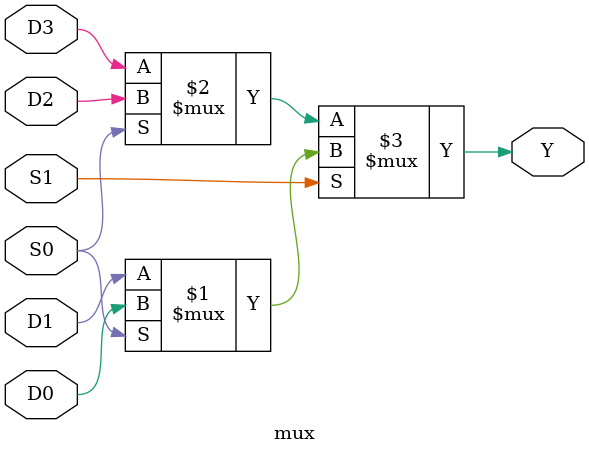
<source format=v>
module mux(D3,D2,D1,D0,S1,S0,Y);
 input D3,D2,D1,D0;
 input S1,S0;
 output Y;
 
 assign Y= S1 ? (S0 ? D0:D1) : (S0 ? D2:D3);
endmodule
 
 
 
 
 
 
 /*wire [1:0] t;
 
 mux2_1 m1 (D[3:2],S,t[1]);
 mux2_1 m2 (D[1:0],S,t[0]);
 mux2_1 m3 (t[1:0],S,Y);
endmodule


module mux2_1(D,S,Y);
 input [1:0] D;
 input S;
 output Y;
 assign Sbar=~S;
 assign Y= S ? D[1] :D[0];
endmodule 
*/
















/*module mux(D,S,Y);
 input [3:0] D;
 input S;
 output Y;
 wire [1:0] t;
 
 mux2_1 m1 (D[3:2],S,t[1]);
 mux2_1 m2 (D[1:0],S,t[0]);
 mux2_1 m3 (t[1:0],S,Y);
endmodule
 
 


 and a1(t1,D[1],Sbar);
 and a2(t2,D[0],S);
 or o1(Y,t1,t2);
endmodule*/
 
</source>
